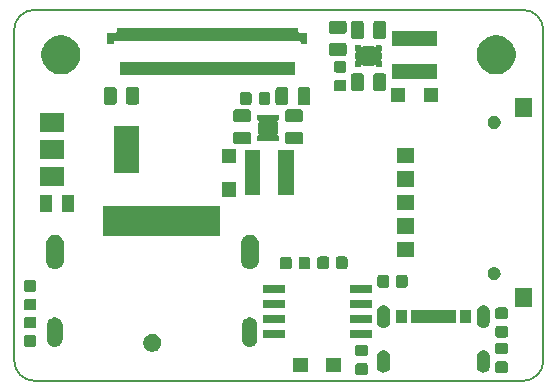
<source format=gts>
G04 #@! TF.GenerationSoftware,KiCad,Pcbnew,5.1.4+dfsg1-1*
G04 #@! TF.CreationDate,2019-12-22T00:58:55+01:00*
G04 #@! TF.ProjectId,OtterScreen,4f747465-7253-4637-9265-656e2e6b6963,rev?*
G04 #@! TF.SameCoordinates,Original*
G04 #@! TF.FileFunction,Soldermask,Top*
G04 #@! TF.FilePolarity,Negative*
%FSLAX46Y46*%
G04 Gerber Fmt 4.6, Leading zero omitted, Abs format (unit mm)*
G04 Created by KiCad (PCBNEW 5.1.4+dfsg1-1) date 2019-12-22 00:58:55*
%MOMM*%
%LPD*%
G04 APERTURE LIST*
%ADD10C,0.150000*%
%ADD11C,0.100000*%
G04 APERTURE END LIST*
D10*
X164099999Y-114200001D02*
G75*
G02X165800000Y-115900000I1J-1700000D01*
G01*
X121000001Y-115900001D02*
G75*
G02X122700000Y-114200000I1700000J1D01*
G01*
X122700001Y-145599999D02*
G75*
G02X121000000Y-143900000I-1J1700000D01*
G01*
X165800000Y-143900000D02*
G75*
G02X164100000Y-145600000I-1700000J0D01*
G01*
X164100000Y-145600000D02*
X136200000Y-145600000D01*
X165800000Y-115900000D02*
X165800000Y-143900000D01*
X122700000Y-114200000D02*
X164099999Y-114200001D01*
X121000000Y-143900000D02*
X121000001Y-115900001D01*
X136200000Y-145600000D02*
X122700001Y-145599999D01*
D11*
G36*
X150799591Y-144123085D02*
G01*
X150833569Y-144133393D01*
X150864890Y-144150134D01*
X150892339Y-144172661D01*
X150914866Y-144200110D01*
X150931607Y-144231431D01*
X150941915Y-144265409D01*
X150946000Y-144306890D01*
X150946000Y-144908110D01*
X150941915Y-144949591D01*
X150931607Y-144983569D01*
X150914866Y-145014890D01*
X150892339Y-145042339D01*
X150864890Y-145064866D01*
X150833569Y-145081607D01*
X150799591Y-145091915D01*
X150758110Y-145096000D01*
X150081890Y-145096000D01*
X150040409Y-145091915D01*
X150006431Y-145081607D01*
X149975110Y-145064866D01*
X149947661Y-145042339D01*
X149925134Y-145014890D01*
X149908393Y-144983569D01*
X149898085Y-144949591D01*
X149894000Y-144908110D01*
X149894000Y-144306890D01*
X149898085Y-144265409D01*
X149908393Y-144231431D01*
X149925134Y-144200110D01*
X149947661Y-144172661D01*
X149975110Y-144150134D01*
X150006431Y-144133393D01*
X150040409Y-144123085D01*
X150081890Y-144119000D01*
X150758110Y-144119000D01*
X150799591Y-144123085D01*
X150799591Y-144123085D01*
G37*
G36*
X162649591Y-143953085D02*
G01*
X162683569Y-143963393D01*
X162714890Y-143980134D01*
X162742339Y-144002661D01*
X162764866Y-144030110D01*
X162781607Y-144061431D01*
X162791915Y-144095409D01*
X162796000Y-144136890D01*
X162796000Y-144738110D01*
X162791915Y-144779591D01*
X162781607Y-144813569D01*
X162764866Y-144844890D01*
X162742339Y-144872339D01*
X162714890Y-144894866D01*
X162683569Y-144911607D01*
X162649591Y-144921915D01*
X162608110Y-144926000D01*
X161931890Y-144926000D01*
X161890409Y-144921915D01*
X161856431Y-144911607D01*
X161825110Y-144894866D01*
X161797661Y-144872339D01*
X161775134Y-144844890D01*
X161758393Y-144813569D01*
X161748085Y-144779591D01*
X161744000Y-144738110D01*
X161744000Y-144136890D01*
X161748085Y-144095409D01*
X161758393Y-144061431D01*
X161775134Y-144030110D01*
X161797661Y-144002661D01*
X161825110Y-143980134D01*
X161856431Y-143963393D01*
X161890409Y-143953085D01*
X161931890Y-143949000D01*
X162608110Y-143949000D01*
X162649591Y-143953085D01*
X162649591Y-143953085D01*
G37*
G36*
X152378014Y-143006973D02*
G01*
X152481878Y-143038479D01*
X152525907Y-143062013D01*
X152577599Y-143089643D01*
X152592645Y-143101991D01*
X152661501Y-143158499D01*
X152730356Y-143242400D01*
X152781521Y-143338121D01*
X152813027Y-143441985D01*
X152821000Y-143522933D01*
X152821000Y-144377067D01*
X152813027Y-144458015D01*
X152781521Y-144561879D01*
X152781519Y-144561882D01*
X152730357Y-144657600D01*
X152661501Y-144741501D01*
X152577600Y-144810357D01*
X152512993Y-144844890D01*
X152481879Y-144861521D01*
X152378015Y-144893027D01*
X152270000Y-144903666D01*
X152161986Y-144893027D01*
X152058122Y-144861521D01*
X152027008Y-144844890D01*
X151962401Y-144810357D01*
X151878500Y-144741501D01*
X151809644Y-144657600D01*
X151758482Y-144561882D01*
X151758480Y-144561879D01*
X151726973Y-144458015D01*
X151719000Y-144377067D01*
X151719000Y-143522934D01*
X151726973Y-143441986D01*
X151758479Y-143338122D01*
X151809644Y-143242400D01*
X151878499Y-143158499D01*
X151949643Y-143100113D01*
X151962401Y-143089643D01*
X152014093Y-143062013D01*
X152058121Y-143038479D01*
X152161985Y-143006973D01*
X152270000Y-142996334D01*
X152378014Y-143006973D01*
X152378014Y-143006973D01*
G37*
G36*
X160838014Y-143006973D02*
G01*
X160941878Y-143038479D01*
X160985907Y-143062013D01*
X161037599Y-143089643D01*
X161052645Y-143101991D01*
X161121501Y-143158499D01*
X161190356Y-143242400D01*
X161241521Y-143338121D01*
X161273027Y-143441985D01*
X161281000Y-143522933D01*
X161281000Y-144377067D01*
X161273027Y-144458015D01*
X161241521Y-144561879D01*
X161241519Y-144561882D01*
X161190357Y-144657600D01*
X161121501Y-144741501D01*
X161037600Y-144810357D01*
X160972993Y-144844890D01*
X160941879Y-144861521D01*
X160838015Y-144893027D01*
X160730000Y-144903666D01*
X160621986Y-144893027D01*
X160518122Y-144861521D01*
X160487008Y-144844890D01*
X160422401Y-144810357D01*
X160338500Y-144741501D01*
X160269644Y-144657600D01*
X160218482Y-144561882D01*
X160218480Y-144561879D01*
X160186973Y-144458015D01*
X160179000Y-144377067D01*
X160179000Y-143522934D01*
X160186973Y-143441986D01*
X160218479Y-143338122D01*
X160269644Y-143242400D01*
X160338499Y-143158499D01*
X160409643Y-143100113D01*
X160422401Y-143089643D01*
X160474093Y-143062013D01*
X160518121Y-143038479D01*
X160621985Y-143006973D01*
X160730000Y-142996334D01*
X160838014Y-143006973D01*
X160838014Y-143006973D01*
G37*
G36*
X148641000Y-144881000D02*
G01*
X147439000Y-144881000D01*
X147439000Y-143679000D01*
X148641000Y-143679000D01*
X148641000Y-144881000D01*
X148641000Y-144881000D01*
G37*
G36*
X145841000Y-144881000D02*
G01*
X144639000Y-144881000D01*
X144639000Y-143679000D01*
X145841000Y-143679000D01*
X145841000Y-144881000D01*
X145841000Y-144881000D01*
G37*
G36*
X150799591Y-142548085D02*
G01*
X150833569Y-142558393D01*
X150864890Y-142575134D01*
X150892339Y-142597661D01*
X150914866Y-142625110D01*
X150931607Y-142656431D01*
X150941915Y-142690409D01*
X150946000Y-142731890D01*
X150946000Y-143333110D01*
X150941915Y-143374591D01*
X150931607Y-143408569D01*
X150914866Y-143439890D01*
X150892339Y-143467339D01*
X150864890Y-143489866D01*
X150833569Y-143506607D01*
X150799591Y-143516915D01*
X150758110Y-143521000D01*
X150081890Y-143521000D01*
X150040409Y-143516915D01*
X150006431Y-143506607D01*
X149975110Y-143489866D01*
X149947661Y-143467339D01*
X149925134Y-143439890D01*
X149908393Y-143408569D01*
X149898085Y-143374591D01*
X149894000Y-143333110D01*
X149894000Y-142731890D01*
X149898085Y-142690409D01*
X149908393Y-142656431D01*
X149925134Y-142625110D01*
X149947661Y-142597661D01*
X149975110Y-142575134D01*
X150006431Y-142558393D01*
X150040409Y-142548085D01*
X150081890Y-142544000D01*
X150758110Y-142544000D01*
X150799591Y-142548085D01*
X150799591Y-142548085D01*
G37*
G36*
X162649591Y-142378085D02*
G01*
X162683569Y-142388393D01*
X162714890Y-142405134D01*
X162742339Y-142427661D01*
X162764866Y-142455110D01*
X162781607Y-142486431D01*
X162791915Y-142520409D01*
X162796000Y-142561890D01*
X162796000Y-143163110D01*
X162791915Y-143204591D01*
X162781607Y-143238569D01*
X162764866Y-143269890D01*
X162742339Y-143297339D01*
X162714890Y-143319866D01*
X162683569Y-143336607D01*
X162649591Y-143346915D01*
X162608110Y-143351000D01*
X161931890Y-143351000D01*
X161890409Y-143346915D01*
X161856431Y-143336607D01*
X161825110Y-143319866D01*
X161797661Y-143297339D01*
X161775134Y-143269890D01*
X161758393Y-143238569D01*
X161748085Y-143204591D01*
X161744000Y-143163110D01*
X161744000Y-142561890D01*
X161748085Y-142520409D01*
X161758393Y-142486431D01*
X161775134Y-142455110D01*
X161797661Y-142427661D01*
X161825110Y-142405134D01*
X161856431Y-142388393D01*
X161890409Y-142378085D01*
X161931890Y-142374000D01*
X162608110Y-142374000D01*
X162649591Y-142378085D01*
X162649591Y-142378085D01*
G37*
G36*
X132919059Y-141647860D02*
G01*
X133055732Y-141704472D01*
X133178735Y-141786660D01*
X133283340Y-141891265D01*
X133329935Y-141961000D01*
X133365529Y-142014270D01*
X133422140Y-142150941D01*
X133451000Y-142296032D01*
X133451000Y-142443968D01*
X133433380Y-142532553D01*
X133422140Y-142589059D01*
X133365528Y-142725732D01*
X133283340Y-142848735D01*
X133178735Y-142953340D01*
X133055732Y-143035528D01*
X133055731Y-143035529D01*
X133055730Y-143035529D01*
X132919059Y-143092140D01*
X132773968Y-143121000D01*
X132626032Y-143121000D01*
X132480941Y-143092140D01*
X132344270Y-143035529D01*
X132344269Y-143035529D01*
X132344268Y-143035528D01*
X132221265Y-142953340D01*
X132116660Y-142848735D01*
X132034472Y-142725732D01*
X131977860Y-142589059D01*
X131966620Y-142532553D01*
X131949000Y-142443968D01*
X131949000Y-142296032D01*
X131977860Y-142150941D01*
X132034471Y-142014270D01*
X132070065Y-141961000D01*
X132116660Y-141891265D01*
X132221265Y-141786660D01*
X132344268Y-141704472D01*
X132480941Y-141647860D01*
X132626032Y-141619000D01*
X132773968Y-141619000D01*
X132919059Y-141647860D01*
X132919059Y-141647860D01*
G37*
G36*
X122729591Y-141753085D02*
G01*
X122763569Y-141763393D01*
X122794890Y-141780134D01*
X122822339Y-141802661D01*
X122844866Y-141830110D01*
X122861607Y-141861431D01*
X122871915Y-141895409D01*
X122876000Y-141936890D01*
X122876000Y-142538110D01*
X122871915Y-142579591D01*
X122861607Y-142613569D01*
X122844866Y-142644890D01*
X122822339Y-142672339D01*
X122794890Y-142694866D01*
X122763569Y-142711607D01*
X122729591Y-142721915D01*
X122688110Y-142726000D01*
X122011890Y-142726000D01*
X121970409Y-142721915D01*
X121936431Y-142711607D01*
X121905110Y-142694866D01*
X121877661Y-142672339D01*
X121855134Y-142644890D01*
X121838393Y-142613569D01*
X121828085Y-142579591D01*
X121824000Y-142538110D01*
X121824000Y-141936890D01*
X121828085Y-141895409D01*
X121838393Y-141861431D01*
X121855134Y-141830110D01*
X121877661Y-141802661D01*
X121905110Y-141780134D01*
X121936431Y-141763393D01*
X121970409Y-141753085D01*
X122011890Y-141749000D01*
X122688110Y-141749000D01*
X122729591Y-141753085D01*
X122729591Y-141753085D01*
G37*
G36*
X141077617Y-140228420D02*
G01*
X141165602Y-140255110D01*
X141200335Y-140265646D01*
X141313424Y-140326094D01*
X141412554Y-140407447D01*
X141493906Y-140506575D01*
X141554354Y-140619664D01*
X141564040Y-140651596D01*
X141591580Y-140742382D01*
X141601000Y-140838027D01*
X141601000Y-142101973D01*
X141591580Y-142197618D01*
X141564040Y-142288404D01*
X141554354Y-142320336D01*
X141493906Y-142433425D01*
X141412554Y-142532554D01*
X141313425Y-142613906D01*
X141200336Y-142674354D01*
X141168404Y-142684040D01*
X141077618Y-142711580D01*
X140950000Y-142724149D01*
X140822383Y-142711580D01*
X140731597Y-142684040D01*
X140699665Y-142674354D01*
X140586576Y-142613906D01*
X140487447Y-142532554D01*
X140406095Y-142433425D01*
X140345647Y-142320336D01*
X140335961Y-142288404D01*
X140308421Y-142197618D01*
X140299001Y-142101973D01*
X140299000Y-140838028D01*
X140308420Y-140742383D01*
X140345645Y-140619669D01*
X140345646Y-140619665D01*
X140406094Y-140506576D01*
X140487447Y-140407446D01*
X140586575Y-140326094D01*
X140699664Y-140265646D01*
X140734397Y-140255110D01*
X140822382Y-140228420D01*
X140950000Y-140215851D01*
X141077617Y-140228420D01*
X141077617Y-140228420D01*
G37*
G36*
X124577617Y-140228420D02*
G01*
X124665602Y-140255110D01*
X124700335Y-140265646D01*
X124813424Y-140326094D01*
X124912554Y-140407447D01*
X124993906Y-140506575D01*
X125054354Y-140619664D01*
X125064040Y-140651596D01*
X125091580Y-140742382D01*
X125101000Y-140838027D01*
X125101000Y-142101973D01*
X125091580Y-142197618D01*
X125064040Y-142288404D01*
X125054354Y-142320336D01*
X124993906Y-142433425D01*
X124912554Y-142532554D01*
X124813425Y-142613906D01*
X124700336Y-142674354D01*
X124668404Y-142684040D01*
X124577618Y-142711580D01*
X124450000Y-142724149D01*
X124322383Y-142711580D01*
X124231597Y-142684040D01*
X124199665Y-142674354D01*
X124086576Y-142613906D01*
X123987447Y-142532554D01*
X123906095Y-142433425D01*
X123845647Y-142320336D01*
X123835961Y-142288404D01*
X123808421Y-142197618D01*
X123799001Y-142101973D01*
X123799000Y-140838028D01*
X123808420Y-140742383D01*
X123845645Y-140619669D01*
X123845646Y-140619665D01*
X123906094Y-140506576D01*
X123987447Y-140407446D01*
X124086575Y-140326094D01*
X124199664Y-140265646D01*
X124234397Y-140255110D01*
X124322382Y-140228420D01*
X124450000Y-140215851D01*
X124577617Y-140228420D01*
X124577617Y-140228420D01*
G37*
G36*
X151306000Y-141961000D02*
G01*
X149454000Y-141961000D01*
X149454000Y-141309000D01*
X151306000Y-141309000D01*
X151306000Y-141961000D01*
X151306000Y-141961000D01*
G37*
G36*
X143906000Y-141961000D02*
G01*
X142054000Y-141961000D01*
X142054000Y-141309000D01*
X143906000Y-141309000D01*
X143906000Y-141961000D01*
X143906000Y-141961000D01*
G37*
G36*
X162649591Y-140973085D02*
G01*
X162683569Y-140983393D01*
X162714890Y-141000134D01*
X162742339Y-141022661D01*
X162764866Y-141050110D01*
X162781607Y-141081431D01*
X162791915Y-141115409D01*
X162796000Y-141156890D01*
X162796000Y-141758110D01*
X162791915Y-141799591D01*
X162781607Y-141833569D01*
X162764866Y-141864890D01*
X162742339Y-141892339D01*
X162714890Y-141914866D01*
X162683569Y-141931607D01*
X162649591Y-141941915D01*
X162608110Y-141946000D01*
X161931890Y-141946000D01*
X161890409Y-141941915D01*
X161856431Y-141931607D01*
X161825110Y-141914866D01*
X161797661Y-141892339D01*
X161775134Y-141864890D01*
X161758393Y-141833569D01*
X161748085Y-141799591D01*
X161744000Y-141758110D01*
X161744000Y-141156890D01*
X161748085Y-141115409D01*
X161758393Y-141081431D01*
X161775134Y-141050110D01*
X161797661Y-141022661D01*
X161825110Y-141000134D01*
X161856431Y-140983393D01*
X161890409Y-140973085D01*
X161931890Y-140969000D01*
X162608110Y-140969000D01*
X162649591Y-140973085D01*
X162649591Y-140973085D01*
G37*
G36*
X122729591Y-140178085D02*
G01*
X122763569Y-140188393D01*
X122794890Y-140205134D01*
X122822339Y-140227661D01*
X122844866Y-140255110D01*
X122861607Y-140286431D01*
X122871915Y-140320409D01*
X122876000Y-140361890D01*
X122876000Y-140963110D01*
X122871915Y-141004591D01*
X122861607Y-141038569D01*
X122844866Y-141069890D01*
X122822339Y-141097339D01*
X122794890Y-141119866D01*
X122763569Y-141136607D01*
X122729591Y-141146915D01*
X122688110Y-141151000D01*
X122011890Y-141151000D01*
X121970409Y-141146915D01*
X121936431Y-141136607D01*
X121905110Y-141119866D01*
X121877661Y-141097339D01*
X121855134Y-141069890D01*
X121838393Y-141038569D01*
X121828085Y-141004591D01*
X121824000Y-140963110D01*
X121824000Y-140361890D01*
X121828085Y-140320409D01*
X121838393Y-140286431D01*
X121855134Y-140255110D01*
X121877661Y-140227661D01*
X121905110Y-140205134D01*
X121936431Y-140188393D01*
X121970409Y-140178085D01*
X122011890Y-140174000D01*
X122688110Y-140174000D01*
X122729591Y-140178085D01*
X122729591Y-140178085D01*
G37*
G36*
X160838014Y-139206973D02*
G01*
X160941878Y-139238479D01*
X160985907Y-139262013D01*
X161037599Y-139289643D01*
X161037601Y-139289644D01*
X161037600Y-139289644D01*
X161121501Y-139358499D01*
X161153988Y-139398085D01*
X161190357Y-139442401D01*
X161207840Y-139475110D01*
X161241521Y-139538121D01*
X161273027Y-139641985D01*
X161281000Y-139722933D01*
X161281000Y-140577067D01*
X161273027Y-140658015D01*
X161241521Y-140761879D01*
X161241519Y-140761882D01*
X161190357Y-140857600D01*
X161121501Y-140941501D01*
X161037600Y-141010357D01*
X160969055Y-141046995D01*
X160941879Y-141061521D01*
X160838015Y-141093027D01*
X160730000Y-141103666D01*
X160621986Y-141093027D01*
X160518122Y-141061521D01*
X160490946Y-141046995D01*
X160422401Y-141010357D01*
X160338500Y-140941501D01*
X160269644Y-140857600D01*
X160218482Y-140761882D01*
X160218480Y-140761879D01*
X160186973Y-140658015D01*
X160179000Y-140577067D01*
X160179000Y-139722934D01*
X160186973Y-139641986D01*
X160218479Y-139538122D01*
X160257276Y-139465539D01*
X160269643Y-139442401D01*
X160306012Y-139398085D01*
X160338499Y-139358499D01*
X160422400Y-139289644D01*
X160422399Y-139289644D01*
X160422401Y-139289643D01*
X160474093Y-139262013D01*
X160518121Y-139238479D01*
X160621985Y-139206973D01*
X160730000Y-139196334D01*
X160838014Y-139206973D01*
X160838014Y-139206973D01*
G37*
G36*
X152378014Y-139206973D02*
G01*
X152481878Y-139238479D01*
X152525907Y-139262013D01*
X152577599Y-139289643D01*
X152577601Y-139289644D01*
X152577600Y-139289644D01*
X152661501Y-139358499D01*
X152693988Y-139398085D01*
X152730357Y-139442401D01*
X152747840Y-139475110D01*
X152781521Y-139538121D01*
X152813027Y-139641985D01*
X152821000Y-139722933D01*
X152821000Y-140577067D01*
X152813027Y-140658015D01*
X152781521Y-140761879D01*
X152781519Y-140761882D01*
X152730357Y-140857600D01*
X152661501Y-140941501D01*
X152577600Y-141010357D01*
X152509055Y-141046995D01*
X152481879Y-141061521D01*
X152378015Y-141093027D01*
X152270000Y-141103666D01*
X152161986Y-141093027D01*
X152058122Y-141061521D01*
X152030946Y-141046995D01*
X151962401Y-141010357D01*
X151878500Y-140941501D01*
X151809644Y-140857600D01*
X151758482Y-140761882D01*
X151758480Y-140761879D01*
X151726973Y-140658015D01*
X151719000Y-140577067D01*
X151719000Y-139722934D01*
X151726973Y-139641986D01*
X151758479Y-139538122D01*
X151797276Y-139465539D01*
X151809643Y-139442401D01*
X151846012Y-139398085D01*
X151878499Y-139358499D01*
X151962400Y-139289644D01*
X151962399Y-139289644D01*
X151962401Y-139289643D01*
X152014093Y-139262013D01*
X152058121Y-139238479D01*
X152161985Y-139206973D01*
X152270000Y-139196334D01*
X152378014Y-139206973D01*
X152378014Y-139206973D01*
G37*
G36*
X158401000Y-140701000D02*
G01*
X154599000Y-140701000D01*
X154599000Y-139599000D01*
X158401000Y-139599000D01*
X158401000Y-140701000D01*
X158401000Y-140701000D01*
G37*
G36*
X159651000Y-140701000D02*
G01*
X158749000Y-140701000D01*
X158749000Y-139599000D01*
X159651000Y-139599000D01*
X159651000Y-140701000D01*
X159651000Y-140701000D01*
G37*
G36*
X154251000Y-140701000D02*
G01*
X153349000Y-140701000D01*
X153349000Y-139599000D01*
X154251000Y-139599000D01*
X154251000Y-140701000D01*
X154251000Y-140701000D01*
G37*
G36*
X143906000Y-140691000D02*
G01*
X142054000Y-140691000D01*
X142054000Y-140039000D01*
X143906000Y-140039000D01*
X143906000Y-140691000D01*
X143906000Y-140691000D01*
G37*
G36*
X151306000Y-140691000D02*
G01*
X149454000Y-140691000D01*
X149454000Y-140039000D01*
X151306000Y-140039000D01*
X151306000Y-140691000D01*
X151306000Y-140691000D01*
G37*
G36*
X162649591Y-139398085D02*
G01*
X162683569Y-139408393D01*
X162714890Y-139425134D01*
X162742339Y-139447661D01*
X162764866Y-139475110D01*
X162781607Y-139506431D01*
X162791915Y-139540409D01*
X162796000Y-139581890D01*
X162796000Y-140183110D01*
X162791915Y-140224591D01*
X162781607Y-140258569D01*
X162764866Y-140289890D01*
X162742339Y-140317339D01*
X162714890Y-140339866D01*
X162683569Y-140356607D01*
X162649591Y-140366915D01*
X162608110Y-140371000D01*
X161931890Y-140371000D01*
X161890409Y-140366915D01*
X161856431Y-140356607D01*
X161825110Y-140339866D01*
X161797661Y-140317339D01*
X161775134Y-140289890D01*
X161758393Y-140258569D01*
X161748085Y-140224591D01*
X161744000Y-140183110D01*
X161744000Y-139581890D01*
X161748085Y-139540409D01*
X161758393Y-139506431D01*
X161775134Y-139475110D01*
X161797661Y-139447661D01*
X161825110Y-139425134D01*
X161856431Y-139408393D01*
X161890409Y-139398085D01*
X161931890Y-139394000D01*
X162608110Y-139394000D01*
X162649591Y-139398085D01*
X162649591Y-139398085D01*
G37*
G36*
X122729591Y-138665585D02*
G01*
X122763569Y-138675893D01*
X122794890Y-138692634D01*
X122822339Y-138715161D01*
X122844866Y-138742610D01*
X122861607Y-138773931D01*
X122871915Y-138807909D01*
X122876000Y-138849390D01*
X122876000Y-139450610D01*
X122871915Y-139492091D01*
X122861607Y-139526069D01*
X122844866Y-139557390D01*
X122822339Y-139584839D01*
X122794890Y-139607366D01*
X122763569Y-139624107D01*
X122729591Y-139634415D01*
X122688110Y-139638500D01*
X122011890Y-139638500D01*
X121970409Y-139634415D01*
X121936431Y-139624107D01*
X121905110Y-139607366D01*
X121877661Y-139584839D01*
X121855134Y-139557390D01*
X121838393Y-139526069D01*
X121828085Y-139492091D01*
X121824000Y-139450610D01*
X121824000Y-138849390D01*
X121828085Y-138807909D01*
X121838393Y-138773931D01*
X121855134Y-138742610D01*
X121877661Y-138715161D01*
X121905110Y-138692634D01*
X121936431Y-138675893D01*
X121970409Y-138665585D01*
X122011890Y-138661500D01*
X122688110Y-138661500D01*
X122729591Y-138665585D01*
X122729591Y-138665585D01*
G37*
G36*
X143906000Y-139421000D02*
G01*
X142054000Y-139421000D01*
X142054000Y-138769000D01*
X143906000Y-138769000D01*
X143906000Y-139421000D01*
X143906000Y-139421000D01*
G37*
G36*
X151306000Y-139421000D02*
G01*
X149454000Y-139421000D01*
X149454000Y-138769000D01*
X151306000Y-138769000D01*
X151306000Y-139421000D01*
X151306000Y-139421000D01*
G37*
G36*
X164881000Y-139361000D02*
G01*
X163379000Y-139361000D01*
X163379000Y-137759000D01*
X164881000Y-137759000D01*
X164881000Y-139361000D01*
X164881000Y-139361000D01*
G37*
G36*
X151306000Y-138151000D02*
G01*
X149454000Y-138151000D01*
X149454000Y-137499000D01*
X151306000Y-137499000D01*
X151306000Y-138151000D01*
X151306000Y-138151000D01*
G37*
G36*
X143906000Y-138151000D02*
G01*
X142054000Y-138151000D01*
X142054000Y-137499000D01*
X143906000Y-137499000D01*
X143906000Y-138151000D01*
X143906000Y-138151000D01*
G37*
G36*
X122729591Y-137090585D02*
G01*
X122763569Y-137100893D01*
X122794890Y-137117634D01*
X122822339Y-137140161D01*
X122844866Y-137167610D01*
X122861607Y-137198931D01*
X122871915Y-137232909D01*
X122876000Y-137274390D01*
X122876000Y-137875610D01*
X122871915Y-137917091D01*
X122861607Y-137951069D01*
X122844866Y-137982390D01*
X122822339Y-138009839D01*
X122794890Y-138032366D01*
X122763569Y-138049107D01*
X122729591Y-138059415D01*
X122688110Y-138063500D01*
X122011890Y-138063500D01*
X121970409Y-138059415D01*
X121936431Y-138049107D01*
X121905110Y-138032366D01*
X121877661Y-138009839D01*
X121855134Y-137982390D01*
X121838393Y-137951069D01*
X121828085Y-137917091D01*
X121824000Y-137875610D01*
X121824000Y-137274390D01*
X121828085Y-137232909D01*
X121838393Y-137198931D01*
X121855134Y-137167610D01*
X121877661Y-137140161D01*
X121905110Y-137117634D01*
X121936431Y-137100893D01*
X121970409Y-137090585D01*
X122011890Y-137086500D01*
X122688110Y-137086500D01*
X122729591Y-137090585D01*
X122729591Y-137090585D01*
G37*
G36*
X152584591Y-136658085D02*
G01*
X152618569Y-136668393D01*
X152649890Y-136685134D01*
X152677339Y-136707661D01*
X152699866Y-136735110D01*
X152716607Y-136766431D01*
X152726915Y-136800409D01*
X152731000Y-136841890D01*
X152731000Y-137518110D01*
X152726915Y-137559591D01*
X152716607Y-137593569D01*
X152699866Y-137624890D01*
X152677339Y-137652339D01*
X152649890Y-137674866D01*
X152618569Y-137691607D01*
X152584591Y-137701915D01*
X152543110Y-137706000D01*
X151941890Y-137706000D01*
X151900409Y-137701915D01*
X151866431Y-137691607D01*
X151835110Y-137674866D01*
X151807661Y-137652339D01*
X151785134Y-137624890D01*
X151768393Y-137593569D01*
X151758085Y-137559591D01*
X151754000Y-137518110D01*
X151754000Y-136841890D01*
X151758085Y-136800409D01*
X151768393Y-136766431D01*
X151785134Y-136735110D01*
X151807661Y-136707661D01*
X151835110Y-136685134D01*
X151866431Y-136668393D01*
X151900409Y-136658085D01*
X151941890Y-136654000D01*
X152543110Y-136654000D01*
X152584591Y-136658085D01*
X152584591Y-136658085D01*
G37*
G36*
X154159591Y-136658085D02*
G01*
X154193569Y-136668393D01*
X154224890Y-136685134D01*
X154252339Y-136707661D01*
X154274866Y-136735110D01*
X154291607Y-136766431D01*
X154301915Y-136800409D01*
X154306000Y-136841890D01*
X154306000Y-137518110D01*
X154301915Y-137559591D01*
X154291607Y-137593569D01*
X154274866Y-137624890D01*
X154252339Y-137652339D01*
X154224890Y-137674866D01*
X154193569Y-137691607D01*
X154159591Y-137701915D01*
X154118110Y-137706000D01*
X153516890Y-137706000D01*
X153475409Y-137701915D01*
X153441431Y-137691607D01*
X153410110Y-137674866D01*
X153382661Y-137652339D01*
X153360134Y-137624890D01*
X153343393Y-137593569D01*
X153333085Y-137559591D01*
X153329000Y-137518110D01*
X153329000Y-136841890D01*
X153333085Y-136800409D01*
X153343393Y-136766431D01*
X153360134Y-136735110D01*
X153382661Y-136707661D01*
X153410110Y-136685134D01*
X153441431Y-136668393D01*
X153475409Y-136658085D01*
X153516890Y-136654000D01*
X154118110Y-136654000D01*
X154159591Y-136658085D01*
X154159591Y-136658085D01*
G37*
G36*
X161790721Y-135980174D02*
G01*
X161890995Y-136021709D01*
X161890996Y-136021710D01*
X161981242Y-136082010D01*
X162057990Y-136158758D01*
X162057991Y-136158760D01*
X162118291Y-136249005D01*
X162159826Y-136349279D01*
X162181000Y-136455730D01*
X162181000Y-136564270D01*
X162159826Y-136670721D01*
X162118291Y-136770995D01*
X162088345Y-136815812D01*
X162057990Y-136861242D01*
X161981242Y-136937990D01*
X161935812Y-136968345D01*
X161890995Y-136998291D01*
X161790721Y-137039826D01*
X161684270Y-137061000D01*
X161575730Y-137061000D01*
X161469279Y-137039826D01*
X161369005Y-136998291D01*
X161324188Y-136968345D01*
X161278758Y-136937990D01*
X161202010Y-136861242D01*
X161171655Y-136815812D01*
X161141709Y-136770995D01*
X161100174Y-136670721D01*
X161079000Y-136564270D01*
X161079000Y-136455730D01*
X161100174Y-136349279D01*
X161141709Y-136249005D01*
X161202009Y-136158760D01*
X161202010Y-136158758D01*
X161278758Y-136082010D01*
X161369004Y-136021710D01*
X161369005Y-136021709D01*
X161469279Y-135980174D01*
X161575730Y-135959000D01*
X161684270Y-135959000D01*
X161790721Y-135980174D01*
X161790721Y-135980174D01*
G37*
G36*
X145909591Y-135108085D02*
G01*
X145943569Y-135118393D01*
X145974890Y-135135134D01*
X146002339Y-135157661D01*
X146024866Y-135185110D01*
X146041607Y-135216431D01*
X146051915Y-135250409D01*
X146056000Y-135291890D01*
X146056000Y-135968110D01*
X146051915Y-136009591D01*
X146041607Y-136043569D01*
X146024866Y-136074890D01*
X146002339Y-136102339D01*
X145974890Y-136124866D01*
X145943569Y-136141607D01*
X145909591Y-136151915D01*
X145868110Y-136156000D01*
X145266890Y-136156000D01*
X145225409Y-136151915D01*
X145191431Y-136141607D01*
X145160110Y-136124866D01*
X145132661Y-136102339D01*
X145110134Y-136074890D01*
X145093393Y-136043569D01*
X145083085Y-136009591D01*
X145079000Y-135968110D01*
X145079000Y-135291890D01*
X145083085Y-135250409D01*
X145093393Y-135216431D01*
X145110134Y-135185110D01*
X145132661Y-135157661D01*
X145160110Y-135135134D01*
X145191431Y-135118393D01*
X145225409Y-135108085D01*
X145266890Y-135104000D01*
X145868110Y-135104000D01*
X145909591Y-135108085D01*
X145909591Y-135108085D01*
G37*
G36*
X144334591Y-135108085D02*
G01*
X144368569Y-135118393D01*
X144399890Y-135135134D01*
X144427339Y-135157661D01*
X144449866Y-135185110D01*
X144466607Y-135216431D01*
X144476915Y-135250409D01*
X144481000Y-135291890D01*
X144481000Y-135968110D01*
X144476915Y-136009591D01*
X144466607Y-136043569D01*
X144449866Y-136074890D01*
X144427339Y-136102339D01*
X144399890Y-136124866D01*
X144368569Y-136141607D01*
X144334591Y-136151915D01*
X144293110Y-136156000D01*
X143691890Y-136156000D01*
X143650409Y-136151915D01*
X143616431Y-136141607D01*
X143585110Y-136124866D01*
X143557661Y-136102339D01*
X143535134Y-136074890D01*
X143518393Y-136043569D01*
X143508085Y-136009591D01*
X143504000Y-135968110D01*
X143504000Y-135291890D01*
X143508085Y-135250409D01*
X143518393Y-135216431D01*
X143535134Y-135185110D01*
X143557661Y-135157661D01*
X143585110Y-135135134D01*
X143616431Y-135118393D01*
X143650409Y-135108085D01*
X143691890Y-135104000D01*
X144293110Y-135104000D01*
X144334591Y-135108085D01*
X144334591Y-135108085D01*
G37*
G36*
X141097221Y-133249867D02*
G01*
X141238785Y-133292810D01*
X141369251Y-133362546D01*
X141419415Y-133403714D01*
X141483607Y-133456394D01*
X141540784Y-133526066D01*
X141577454Y-133570748D01*
X141647190Y-133701214D01*
X141690133Y-133842778D01*
X141701000Y-133953113D01*
X141701000Y-135426887D01*
X141690133Y-135537222D01*
X141647190Y-135678786D01*
X141577454Y-135809252D01*
X141553008Y-135839040D01*
X141483607Y-135923607D01*
X141414678Y-135980174D01*
X141369252Y-136017454D01*
X141238786Y-136087190D01*
X141097222Y-136130133D01*
X140950000Y-136144633D01*
X140802779Y-136130133D01*
X140661215Y-136087190D01*
X140530749Y-136017454D01*
X140485323Y-135980174D01*
X140416394Y-135923607D01*
X140346993Y-135839040D01*
X140322547Y-135809252D01*
X140252811Y-135678786D01*
X140209868Y-135537222D01*
X140199001Y-135426887D01*
X140199000Y-133953114D01*
X140209867Y-133842779D01*
X140252810Y-133701215D01*
X140322546Y-133570749D01*
X140363714Y-133520585D01*
X140416394Y-133456393D01*
X140486066Y-133399216D01*
X140530748Y-133362546D01*
X140661214Y-133292810D01*
X140802778Y-133249867D01*
X140950000Y-133235367D01*
X141097221Y-133249867D01*
X141097221Y-133249867D01*
G37*
G36*
X124597221Y-133249867D02*
G01*
X124738785Y-133292810D01*
X124869251Y-133362546D01*
X124919415Y-133403714D01*
X124983607Y-133456394D01*
X125040784Y-133526066D01*
X125077454Y-133570748D01*
X125147190Y-133701214D01*
X125190133Y-133842778D01*
X125201000Y-133953113D01*
X125201000Y-135426887D01*
X125190133Y-135537222D01*
X125147190Y-135678786D01*
X125077454Y-135809252D01*
X125053008Y-135839040D01*
X124983607Y-135923607D01*
X124914678Y-135980174D01*
X124869252Y-136017454D01*
X124738786Y-136087190D01*
X124597222Y-136130133D01*
X124450000Y-136144633D01*
X124302779Y-136130133D01*
X124161215Y-136087190D01*
X124030749Y-136017454D01*
X123985323Y-135980174D01*
X123916394Y-135923607D01*
X123846993Y-135839040D01*
X123822547Y-135809252D01*
X123752811Y-135678786D01*
X123709868Y-135537222D01*
X123699001Y-135426887D01*
X123699000Y-133953114D01*
X123709867Y-133842779D01*
X123752810Y-133701215D01*
X123822546Y-133570749D01*
X123863714Y-133520585D01*
X123916394Y-133456393D01*
X123986066Y-133399216D01*
X124030748Y-133362546D01*
X124161214Y-133292810D01*
X124302778Y-133249867D01*
X124450000Y-133235367D01*
X124597221Y-133249867D01*
X124597221Y-133249867D01*
G37*
G36*
X147504591Y-135078085D02*
G01*
X147538569Y-135088393D01*
X147569890Y-135105134D01*
X147597339Y-135127661D01*
X147619866Y-135155110D01*
X147636607Y-135186431D01*
X147646915Y-135220409D01*
X147651000Y-135261890D01*
X147651000Y-135938110D01*
X147646915Y-135979591D01*
X147636607Y-136013569D01*
X147619866Y-136044890D01*
X147597339Y-136072339D01*
X147569890Y-136094866D01*
X147538569Y-136111607D01*
X147504591Y-136121915D01*
X147463110Y-136126000D01*
X146861890Y-136126000D01*
X146820409Y-136121915D01*
X146786431Y-136111607D01*
X146755110Y-136094866D01*
X146727661Y-136072339D01*
X146705134Y-136044890D01*
X146688393Y-136013569D01*
X146678085Y-135979591D01*
X146674000Y-135938110D01*
X146674000Y-135261890D01*
X146678085Y-135220409D01*
X146688393Y-135186431D01*
X146705134Y-135155110D01*
X146727661Y-135127661D01*
X146755110Y-135105134D01*
X146786431Y-135088393D01*
X146820409Y-135078085D01*
X146861890Y-135074000D01*
X147463110Y-135074000D01*
X147504591Y-135078085D01*
X147504591Y-135078085D01*
G37*
G36*
X149079591Y-135078085D02*
G01*
X149113569Y-135088393D01*
X149144890Y-135105134D01*
X149172339Y-135127661D01*
X149194866Y-135155110D01*
X149211607Y-135186431D01*
X149221915Y-135220409D01*
X149226000Y-135261890D01*
X149226000Y-135938110D01*
X149221915Y-135979591D01*
X149211607Y-136013569D01*
X149194866Y-136044890D01*
X149172339Y-136072339D01*
X149144890Y-136094866D01*
X149113569Y-136111607D01*
X149079591Y-136121915D01*
X149038110Y-136126000D01*
X148436890Y-136126000D01*
X148395409Y-136121915D01*
X148361431Y-136111607D01*
X148330110Y-136094866D01*
X148302661Y-136072339D01*
X148280134Y-136044890D01*
X148263393Y-136013569D01*
X148253085Y-135979591D01*
X148249000Y-135938110D01*
X148249000Y-135261890D01*
X148253085Y-135220409D01*
X148263393Y-135186431D01*
X148280134Y-135155110D01*
X148302661Y-135127661D01*
X148330110Y-135105134D01*
X148361431Y-135088393D01*
X148395409Y-135078085D01*
X148436890Y-135074000D01*
X149038110Y-135074000D01*
X149079591Y-135078085D01*
X149079591Y-135078085D01*
G37*
G36*
X154881000Y-135161000D02*
G01*
X153379000Y-135161000D01*
X153379000Y-133859000D01*
X154881000Y-133859000D01*
X154881000Y-135161000D01*
X154881000Y-135161000D01*
G37*
G36*
X138391000Y-133341000D02*
G01*
X128509000Y-133341000D01*
X128509000Y-130839000D01*
X138391000Y-130839000D01*
X138391000Y-133341000D01*
X138391000Y-133341000D01*
G37*
G36*
X154881000Y-133161000D02*
G01*
X153379000Y-133161000D01*
X153379000Y-131859000D01*
X154881000Y-131859000D01*
X154881000Y-133161000D01*
X154881000Y-133161000D01*
G37*
G36*
X125939468Y-129853565D02*
G01*
X125978138Y-129865296D01*
X126013777Y-129884346D01*
X126045017Y-129909983D01*
X126070654Y-129941223D01*
X126089704Y-129976862D01*
X126101435Y-130015532D01*
X126106000Y-130061888D01*
X126106000Y-131138112D01*
X126101435Y-131184468D01*
X126089704Y-131223138D01*
X126070654Y-131258777D01*
X126045017Y-131290017D01*
X126013777Y-131315654D01*
X125978138Y-131334704D01*
X125939468Y-131346435D01*
X125893112Y-131351000D01*
X125241888Y-131351000D01*
X125195532Y-131346435D01*
X125156862Y-131334704D01*
X125121223Y-131315654D01*
X125089983Y-131290017D01*
X125064346Y-131258777D01*
X125045296Y-131223138D01*
X125033565Y-131184468D01*
X125029000Y-131138112D01*
X125029000Y-130061888D01*
X125033565Y-130015532D01*
X125045296Y-129976862D01*
X125064346Y-129941223D01*
X125089983Y-129909983D01*
X125121223Y-129884346D01*
X125156862Y-129865296D01*
X125195532Y-129853565D01*
X125241888Y-129849000D01*
X125893112Y-129849000D01*
X125939468Y-129853565D01*
X125939468Y-129853565D01*
G37*
G36*
X124064468Y-129853565D02*
G01*
X124103138Y-129865296D01*
X124138777Y-129884346D01*
X124170017Y-129909983D01*
X124195654Y-129941223D01*
X124214704Y-129976862D01*
X124226435Y-130015532D01*
X124231000Y-130061888D01*
X124231000Y-131138112D01*
X124226435Y-131184468D01*
X124214704Y-131223138D01*
X124195654Y-131258777D01*
X124170017Y-131290017D01*
X124138777Y-131315654D01*
X124103138Y-131334704D01*
X124064468Y-131346435D01*
X124018112Y-131351000D01*
X123366888Y-131351000D01*
X123320532Y-131346435D01*
X123281862Y-131334704D01*
X123246223Y-131315654D01*
X123214983Y-131290017D01*
X123189346Y-131258777D01*
X123170296Y-131223138D01*
X123158565Y-131184468D01*
X123154000Y-131138112D01*
X123154000Y-130061888D01*
X123158565Y-130015532D01*
X123170296Y-129976862D01*
X123189346Y-129941223D01*
X123214983Y-129909983D01*
X123246223Y-129884346D01*
X123281862Y-129865296D01*
X123320532Y-129853565D01*
X123366888Y-129849000D01*
X124018112Y-129849000D01*
X124064468Y-129853565D01*
X124064468Y-129853565D01*
G37*
G36*
X154881000Y-131161000D02*
G01*
X153379000Y-131161000D01*
X153379000Y-129859000D01*
X154881000Y-129859000D01*
X154881000Y-131161000D01*
X154881000Y-131161000D01*
G37*
G36*
X139801000Y-130001000D02*
G01*
X138599000Y-130001000D01*
X138599000Y-128799000D01*
X139801000Y-128799000D01*
X139801000Y-130001000D01*
X139801000Y-130001000D01*
G37*
G36*
X141851000Y-129901000D02*
G01*
X140549000Y-129901000D01*
X140549000Y-126099000D01*
X141851000Y-126099000D01*
X141851000Y-129901000D01*
X141851000Y-129901000D01*
G37*
G36*
X144651000Y-129901000D02*
G01*
X143349000Y-129901000D01*
X143349000Y-126099000D01*
X144651000Y-126099000D01*
X144651000Y-129901000D01*
X144651000Y-129901000D01*
G37*
G36*
X154881000Y-129161000D02*
G01*
X153379000Y-129161000D01*
X153379000Y-127859000D01*
X154881000Y-127859000D01*
X154881000Y-129161000D01*
X154881000Y-129161000D01*
G37*
G36*
X125251000Y-129121000D02*
G01*
X123149000Y-129121000D01*
X123149000Y-127519000D01*
X125251000Y-127519000D01*
X125251000Y-129121000D01*
X125251000Y-129121000D01*
G37*
G36*
X131551000Y-127971000D02*
G01*
X129449000Y-127971000D01*
X129449000Y-124069000D01*
X131551000Y-124069000D01*
X131551000Y-127971000D01*
X131551000Y-127971000D01*
G37*
G36*
X139801000Y-127201000D02*
G01*
X138599000Y-127201000D01*
X138599000Y-125999000D01*
X139801000Y-125999000D01*
X139801000Y-127201000D01*
X139801000Y-127201000D01*
G37*
G36*
X154881000Y-127161000D02*
G01*
X153379000Y-127161000D01*
X153379000Y-125859000D01*
X154881000Y-125859000D01*
X154881000Y-127161000D01*
X154881000Y-127161000D01*
G37*
G36*
X125251000Y-126821000D02*
G01*
X123149000Y-126821000D01*
X123149000Y-125219000D01*
X125251000Y-125219000D01*
X125251000Y-126821000D01*
X125251000Y-126821000D01*
G37*
G36*
X145284468Y-124503565D02*
G01*
X145323138Y-124515296D01*
X145358777Y-124534346D01*
X145390017Y-124559983D01*
X145415654Y-124591223D01*
X145434704Y-124626862D01*
X145446435Y-124665532D01*
X145451000Y-124711888D01*
X145451000Y-125363112D01*
X145446435Y-125409468D01*
X145434704Y-125448138D01*
X145415654Y-125483777D01*
X145390017Y-125515017D01*
X145358777Y-125540654D01*
X145323138Y-125559704D01*
X145284468Y-125571435D01*
X145238112Y-125576000D01*
X144161888Y-125576000D01*
X144115532Y-125571435D01*
X144076862Y-125559704D01*
X144041223Y-125540654D01*
X144009983Y-125515017D01*
X143984346Y-125483777D01*
X143965296Y-125448138D01*
X143953565Y-125409468D01*
X143949000Y-125363112D01*
X143949000Y-124711888D01*
X143953565Y-124665532D01*
X143965296Y-124626862D01*
X143984346Y-124591223D01*
X144009983Y-124559983D01*
X144041223Y-124534346D01*
X144076862Y-124515296D01*
X144115532Y-124503565D01*
X144161888Y-124499000D01*
X145238112Y-124499000D01*
X145284468Y-124503565D01*
X145284468Y-124503565D01*
G37*
G36*
X140884468Y-124503565D02*
G01*
X140923138Y-124515296D01*
X140958777Y-124534346D01*
X140990017Y-124559983D01*
X141015654Y-124591223D01*
X141034704Y-124626862D01*
X141046435Y-124665532D01*
X141051000Y-124711888D01*
X141051000Y-125363112D01*
X141046435Y-125409468D01*
X141034704Y-125448138D01*
X141015654Y-125483777D01*
X140990017Y-125515017D01*
X140958777Y-125540654D01*
X140923138Y-125559704D01*
X140884468Y-125571435D01*
X140838112Y-125576000D01*
X139761888Y-125576000D01*
X139715532Y-125571435D01*
X139676862Y-125559704D01*
X139641223Y-125540654D01*
X139609983Y-125515017D01*
X139584346Y-125483777D01*
X139565296Y-125448138D01*
X139553565Y-125409468D01*
X139549000Y-125363112D01*
X139549000Y-124711888D01*
X139553565Y-124665532D01*
X139565296Y-124626862D01*
X139584346Y-124591223D01*
X139609983Y-124559983D01*
X139641223Y-124534346D01*
X139676862Y-124515296D01*
X139715532Y-124503565D01*
X139761888Y-124499000D01*
X140838112Y-124499000D01*
X140884468Y-124503565D01*
X140884468Y-124503565D01*
G37*
G36*
X142055202Y-123075683D02*
G01*
X142065735Y-123078878D01*
X142075443Y-123084068D01*
X142090749Y-123096629D01*
X142095704Y-123101583D01*
X142116079Y-123115197D01*
X142138718Y-123124573D01*
X142162751Y-123129353D01*
X142187255Y-123129353D01*
X142211288Y-123124572D01*
X142233927Y-123115194D01*
X142254301Y-123101580D01*
X142259259Y-123096622D01*
X142274557Y-123084068D01*
X142284265Y-123078878D01*
X142294798Y-123075683D01*
X142311888Y-123074000D01*
X142688112Y-123074000D01*
X142705202Y-123075683D01*
X142715735Y-123078878D01*
X142725443Y-123084068D01*
X142740749Y-123096629D01*
X142745704Y-123101583D01*
X142766079Y-123115197D01*
X142788718Y-123124573D01*
X142812751Y-123129353D01*
X142837255Y-123129353D01*
X142861288Y-123124572D01*
X142883927Y-123115194D01*
X142904301Y-123101580D01*
X142909259Y-123096622D01*
X142924557Y-123084068D01*
X142934265Y-123078878D01*
X142944798Y-123075683D01*
X142961888Y-123074000D01*
X143338112Y-123074000D01*
X143355202Y-123075683D01*
X143365735Y-123078878D01*
X143375443Y-123084068D01*
X143383951Y-123091049D01*
X143390932Y-123099557D01*
X143396122Y-123109265D01*
X143399317Y-123119798D01*
X143401000Y-123136888D01*
X143401000Y-123488112D01*
X143399317Y-123505202D01*
X143396122Y-123515735D01*
X143390932Y-123525443D01*
X143383951Y-123533951D01*
X143375443Y-123540932D01*
X143358306Y-123550092D01*
X143351134Y-123553064D01*
X143330761Y-123566681D01*
X143313436Y-123584010D01*
X143299825Y-123604386D01*
X143290451Y-123627026D01*
X143285673Y-123651060D01*
X143285676Y-123675564D01*
X143290460Y-123699596D01*
X143299840Y-123722234D01*
X143313449Y-123742597D01*
X143314601Y-123744001D01*
X143334226Y-123780716D01*
X143346314Y-123820566D01*
X143351000Y-123868141D01*
X143351000Y-124531859D01*
X143346314Y-124579434D01*
X143334226Y-124619284D01*
X143314601Y-124655999D01*
X143313449Y-124657403D01*
X143299834Y-124677777D01*
X143290456Y-124700415D01*
X143285675Y-124724448D01*
X143285675Y-124748952D01*
X143290454Y-124772986D01*
X143299831Y-124795625D01*
X143313444Y-124816000D01*
X143330771Y-124833327D01*
X143351145Y-124846942D01*
X143358314Y-124849912D01*
X143375443Y-124859068D01*
X143383951Y-124866049D01*
X143390932Y-124874557D01*
X143396122Y-124884265D01*
X143399317Y-124894798D01*
X143401000Y-124911888D01*
X143401000Y-125263112D01*
X143399317Y-125280202D01*
X143396122Y-125290735D01*
X143390932Y-125300443D01*
X143383951Y-125308951D01*
X143375443Y-125315932D01*
X143365735Y-125321122D01*
X143355202Y-125324317D01*
X143338112Y-125326000D01*
X142961888Y-125326000D01*
X142944798Y-125324317D01*
X142934265Y-125321122D01*
X142924557Y-125315932D01*
X142909251Y-125303371D01*
X142904296Y-125298417D01*
X142883921Y-125284803D01*
X142861282Y-125275427D01*
X142837249Y-125270647D01*
X142812745Y-125270647D01*
X142788712Y-125275428D01*
X142766073Y-125284806D01*
X142745699Y-125298420D01*
X142740741Y-125303378D01*
X142725443Y-125315932D01*
X142715735Y-125321122D01*
X142705202Y-125324317D01*
X142688112Y-125326000D01*
X142311888Y-125326000D01*
X142294798Y-125324317D01*
X142284265Y-125321122D01*
X142274557Y-125315932D01*
X142259251Y-125303371D01*
X142254296Y-125298417D01*
X142233921Y-125284803D01*
X142211282Y-125275427D01*
X142187249Y-125270647D01*
X142162745Y-125270647D01*
X142138712Y-125275428D01*
X142116073Y-125284806D01*
X142095699Y-125298420D01*
X142090741Y-125303378D01*
X142075443Y-125315932D01*
X142065735Y-125321122D01*
X142055202Y-125324317D01*
X142038112Y-125326000D01*
X141661888Y-125326000D01*
X141644798Y-125324317D01*
X141634265Y-125321122D01*
X141624557Y-125315932D01*
X141616049Y-125308951D01*
X141609068Y-125300443D01*
X141603878Y-125290735D01*
X141600683Y-125280202D01*
X141599000Y-125263112D01*
X141599000Y-124911888D01*
X141600683Y-124894798D01*
X141603878Y-124884265D01*
X141609068Y-124874557D01*
X141616049Y-124866049D01*
X141624557Y-124859068D01*
X141641694Y-124849908D01*
X141648866Y-124846936D01*
X141669239Y-124833319D01*
X141686564Y-124815990D01*
X141700175Y-124795614D01*
X141709549Y-124772974D01*
X141714327Y-124748940D01*
X141714324Y-124724436D01*
X141709540Y-124700404D01*
X141700160Y-124677766D01*
X141686551Y-124657403D01*
X141685399Y-124655999D01*
X141665774Y-124619284D01*
X141653686Y-124579434D01*
X141649000Y-124531859D01*
X141649000Y-123868141D01*
X141653686Y-123820566D01*
X141665774Y-123780716D01*
X141685399Y-123744001D01*
X141686551Y-123742597D01*
X141700166Y-123722223D01*
X141709544Y-123699585D01*
X141714325Y-123675552D01*
X141714325Y-123651048D01*
X141709546Y-123627014D01*
X141700169Y-123604375D01*
X141686556Y-123584000D01*
X141669229Y-123566673D01*
X141648855Y-123553058D01*
X141641686Y-123550088D01*
X141624557Y-123540932D01*
X141616049Y-123533951D01*
X141609068Y-123525443D01*
X141603878Y-123515735D01*
X141600683Y-123505202D01*
X141599000Y-123488112D01*
X141599000Y-123136888D01*
X141600683Y-123119798D01*
X141603878Y-123109265D01*
X141609068Y-123099557D01*
X141616049Y-123091049D01*
X141624557Y-123084068D01*
X141634265Y-123078878D01*
X141644798Y-123075683D01*
X141661888Y-123074000D01*
X142038112Y-123074000D01*
X142055202Y-123075683D01*
X142055202Y-123075683D01*
G37*
G36*
X125251000Y-124521000D02*
G01*
X123149000Y-124521000D01*
X123149000Y-122919000D01*
X125251000Y-122919000D01*
X125251000Y-124521000D01*
X125251000Y-124521000D01*
G37*
G36*
X161790721Y-123180174D02*
G01*
X161890995Y-123221709D01*
X161890996Y-123221710D01*
X161981242Y-123282010D01*
X162057990Y-123358758D01*
X162057991Y-123358760D01*
X162118291Y-123449005D01*
X162159826Y-123549279D01*
X162181000Y-123655730D01*
X162181000Y-123764270D01*
X162159826Y-123870721D01*
X162118291Y-123970995D01*
X162118290Y-123970996D01*
X162057990Y-124061242D01*
X161981242Y-124137990D01*
X161935812Y-124168345D01*
X161890995Y-124198291D01*
X161790721Y-124239826D01*
X161684270Y-124261000D01*
X161575730Y-124261000D01*
X161469279Y-124239826D01*
X161369005Y-124198291D01*
X161324188Y-124168345D01*
X161278758Y-124137990D01*
X161202010Y-124061242D01*
X161141710Y-123970996D01*
X161141709Y-123970995D01*
X161100174Y-123870721D01*
X161079000Y-123764270D01*
X161079000Y-123655730D01*
X161100174Y-123549279D01*
X161141709Y-123449005D01*
X161202009Y-123358760D01*
X161202010Y-123358758D01*
X161278758Y-123282010D01*
X161369004Y-123221710D01*
X161369005Y-123221709D01*
X161469279Y-123180174D01*
X161575730Y-123159000D01*
X161684270Y-123159000D01*
X161790721Y-123180174D01*
X161790721Y-123180174D01*
G37*
G36*
X140884468Y-122628565D02*
G01*
X140923138Y-122640296D01*
X140958777Y-122659346D01*
X140990017Y-122684983D01*
X141015654Y-122716223D01*
X141034704Y-122751862D01*
X141046435Y-122790532D01*
X141051000Y-122836888D01*
X141051000Y-123488112D01*
X141046435Y-123534468D01*
X141034704Y-123573138D01*
X141015654Y-123608777D01*
X140990017Y-123640017D01*
X140958777Y-123665654D01*
X140923138Y-123684704D01*
X140884468Y-123696435D01*
X140838112Y-123701000D01*
X139761888Y-123701000D01*
X139715532Y-123696435D01*
X139676862Y-123684704D01*
X139641223Y-123665654D01*
X139609983Y-123640017D01*
X139584346Y-123608777D01*
X139565296Y-123573138D01*
X139553565Y-123534468D01*
X139549000Y-123488112D01*
X139549000Y-122836888D01*
X139553565Y-122790532D01*
X139565296Y-122751862D01*
X139584346Y-122716223D01*
X139609983Y-122684983D01*
X139641223Y-122659346D01*
X139676862Y-122640296D01*
X139715532Y-122628565D01*
X139761888Y-122624000D01*
X140838112Y-122624000D01*
X140884468Y-122628565D01*
X140884468Y-122628565D01*
G37*
G36*
X145284468Y-122628565D02*
G01*
X145323138Y-122640296D01*
X145358777Y-122659346D01*
X145390017Y-122684983D01*
X145415654Y-122716223D01*
X145434704Y-122751862D01*
X145446435Y-122790532D01*
X145451000Y-122836888D01*
X145451000Y-123488112D01*
X145446435Y-123534468D01*
X145434704Y-123573138D01*
X145415654Y-123608777D01*
X145390017Y-123640017D01*
X145358777Y-123665654D01*
X145323138Y-123684704D01*
X145284468Y-123696435D01*
X145238112Y-123701000D01*
X144161888Y-123701000D01*
X144115532Y-123696435D01*
X144076862Y-123684704D01*
X144041223Y-123665654D01*
X144009983Y-123640017D01*
X143984346Y-123608777D01*
X143965296Y-123573138D01*
X143953565Y-123534468D01*
X143949000Y-123488112D01*
X143949000Y-122836888D01*
X143953565Y-122790532D01*
X143965296Y-122751862D01*
X143984346Y-122716223D01*
X144009983Y-122684983D01*
X144041223Y-122659346D01*
X144076862Y-122640296D01*
X144115532Y-122628565D01*
X144161888Y-122624000D01*
X145238112Y-122624000D01*
X145284468Y-122628565D01*
X145284468Y-122628565D01*
G37*
G36*
X164881000Y-123261000D02*
G01*
X163379000Y-123261000D01*
X163379000Y-121659000D01*
X164881000Y-121659000D01*
X164881000Y-123261000D01*
X164881000Y-123261000D01*
G37*
G36*
X145909468Y-120753564D02*
G01*
X145948138Y-120765295D01*
X145983777Y-120784345D01*
X146015017Y-120809982D01*
X146040654Y-120841222D01*
X146059704Y-120876861D01*
X146071435Y-120915531D01*
X146076000Y-120961887D01*
X146076000Y-122038111D01*
X146071435Y-122084467D01*
X146059704Y-122123137D01*
X146040654Y-122158776D01*
X146015017Y-122190016D01*
X145983777Y-122215653D01*
X145948138Y-122234703D01*
X145909468Y-122246434D01*
X145863112Y-122250999D01*
X145211888Y-122250999D01*
X145165532Y-122246434D01*
X145126862Y-122234703D01*
X145091223Y-122215653D01*
X145059983Y-122190016D01*
X145034346Y-122158776D01*
X145015296Y-122123137D01*
X145003565Y-122084467D01*
X144999000Y-122038111D01*
X144999000Y-120961887D01*
X145003565Y-120915531D01*
X145015296Y-120876861D01*
X145034346Y-120841222D01*
X145059983Y-120809982D01*
X145091223Y-120784345D01*
X145126862Y-120765295D01*
X145165532Y-120753564D01*
X145211888Y-120748999D01*
X145863112Y-120748999D01*
X145909468Y-120753564D01*
X145909468Y-120753564D01*
G37*
G36*
X144034468Y-120753564D02*
G01*
X144073138Y-120765295D01*
X144108777Y-120784345D01*
X144140017Y-120809982D01*
X144165654Y-120841222D01*
X144184704Y-120876861D01*
X144196435Y-120915531D01*
X144201000Y-120961887D01*
X144201000Y-122038111D01*
X144196435Y-122084467D01*
X144184704Y-122123137D01*
X144165654Y-122158776D01*
X144140017Y-122190016D01*
X144108777Y-122215653D01*
X144073138Y-122234703D01*
X144034468Y-122246434D01*
X143988112Y-122250999D01*
X143336888Y-122250999D01*
X143290532Y-122246434D01*
X143251862Y-122234703D01*
X143216223Y-122215653D01*
X143184983Y-122190016D01*
X143159346Y-122158776D01*
X143140296Y-122123137D01*
X143128565Y-122084467D01*
X143124000Y-122038111D01*
X143124000Y-120961887D01*
X143128565Y-120915531D01*
X143140296Y-120876861D01*
X143159346Y-120841222D01*
X143184983Y-120809982D01*
X143216223Y-120784345D01*
X143251862Y-120765295D01*
X143290532Y-120753564D01*
X143336888Y-120748999D01*
X143988112Y-120748999D01*
X144034468Y-120753564D01*
X144034468Y-120753564D01*
G37*
G36*
X140954591Y-121178085D02*
G01*
X140988569Y-121188393D01*
X141019890Y-121205134D01*
X141047339Y-121227661D01*
X141069866Y-121255110D01*
X141086607Y-121286431D01*
X141096915Y-121320409D01*
X141101000Y-121361890D01*
X141101000Y-122038110D01*
X141096915Y-122079591D01*
X141086607Y-122113569D01*
X141069866Y-122144890D01*
X141047339Y-122172339D01*
X141019890Y-122194866D01*
X140988569Y-122211607D01*
X140954591Y-122221915D01*
X140913110Y-122226000D01*
X140311890Y-122226000D01*
X140270409Y-122221915D01*
X140236431Y-122211607D01*
X140205110Y-122194866D01*
X140177661Y-122172339D01*
X140155134Y-122144890D01*
X140138393Y-122113569D01*
X140128085Y-122079591D01*
X140124000Y-122038110D01*
X140124000Y-121361890D01*
X140128085Y-121320409D01*
X140138393Y-121286431D01*
X140155134Y-121255110D01*
X140177661Y-121227661D01*
X140205110Y-121205134D01*
X140236431Y-121188393D01*
X140270409Y-121178085D01*
X140311890Y-121174000D01*
X140913110Y-121174000D01*
X140954591Y-121178085D01*
X140954591Y-121178085D01*
G37*
G36*
X142529591Y-121178085D02*
G01*
X142563569Y-121188393D01*
X142594890Y-121205134D01*
X142622339Y-121227661D01*
X142644866Y-121255110D01*
X142661607Y-121286431D01*
X142671915Y-121320409D01*
X142676000Y-121361890D01*
X142676000Y-122038110D01*
X142671915Y-122079591D01*
X142661607Y-122113569D01*
X142644866Y-122144890D01*
X142622339Y-122172339D01*
X142594890Y-122194866D01*
X142563569Y-122211607D01*
X142529591Y-122221915D01*
X142488110Y-122226000D01*
X141886890Y-122226000D01*
X141845409Y-122221915D01*
X141811431Y-122211607D01*
X141780110Y-122194866D01*
X141752661Y-122172339D01*
X141730134Y-122144890D01*
X141713393Y-122113569D01*
X141703085Y-122079591D01*
X141699000Y-122038110D01*
X141699000Y-121361890D01*
X141703085Y-121320409D01*
X141713393Y-121286431D01*
X141730134Y-121255110D01*
X141752661Y-121227661D01*
X141780110Y-121205134D01*
X141811431Y-121188393D01*
X141845409Y-121178085D01*
X141886890Y-121174000D01*
X142488110Y-121174000D01*
X142529591Y-121178085D01*
X142529591Y-121178085D01*
G37*
G36*
X129504468Y-120723565D02*
G01*
X129543138Y-120735296D01*
X129578777Y-120754346D01*
X129610017Y-120779983D01*
X129635654Y-120811223D01*
X129654704Y-120846862D01*
X129666435Y-120885532D01*
X129671000Y-120931888D01*
X129671000Y-122008112D01*
X129666435Y-122054468D01*
X129654704Y-122093138D01*
X129635654Y-122128777D01*
X129610017Y-122160017D01*
X129578777Y-122185654D01*
X129543138Y-122204704D01*
X129504468Y-122216435D01*
X129458112Y-122221000D01*
X128806888Y-122221000D01*
X128760532Y-122216435D01*
X128721862Y-122204704D01*
X128686223Y-122185654D01*
X128654983Y-122160017D01*
X128629346Y-122128777D01*
X128610296Y-122093138D01*
X128598565Y-122054468D01*
X128594000Y-122008112D01*
X128594000Y-120931888D01*
X128598565Y-120885532D01*
X128610296Y-120846862D01*
X128629346Y-120811223D01*
X128654983Y-120779983D01*
X128686223Y-120754346D01*
X128721862Y-120735296D01*
X128760532Y-120723565D01*
X128806888Y-120719000D01*
X129458112Y-120719000D01*
X129504468Y-120723565D01*
X129504468Y-120723565D01*
G37*
G36*
X131379468Y-120723565D02*
G01*
X131418138Y-120735296D01*
X131453777Y-120754346D01*
X131485017Y-120779983D01*
X131510654Y-120811223D01*
X131529704Y-120846862D01*
X131541435Y-120885532D01*
X131546000Y-120931888D01*
X131546000Y-122008112D01*
X131541435Y-122054468D01*
X131529704Y-122093138D01*
X131510654Y-122128777D01*
X131485017Y-122160017D01*
X131453777Y-122185654D01*
X131418138Y-122204704D01*
X131379468Y-122216435D01*
X131333112Y-122221000D01*
X130681888Y-122221000D01*
X130635532Y-122216435D01*
X130596862Y-122204704D01*
X130561223Y-122185654D01*
X130529983Y-122160017D01*
X130504346Y-122128777D01*
X130485296Y-122093138D01*
X130473565Y-122054468D01*
X130469000Y-122008112D01*
X130469000Y-120931888D01*
X130473565Y-120885532D01*
X130485296Y-120846862D01*
X130504346Y-120811223D01*
X130529983Y-120779983D01*
X130561223Y-120754346D01*
X130596862Y-120735296D01*
X130635532Y-120723565D01*
X130681888Y-120719000D01*
X131333112Y-120719000D01*
X131379468Y-120723565D01*
X131379468Y-120723565D01*
G37*
G36*
X156901000Y-122001000D02*
G01*
X155699000Y-122001000D01*
X155699000Y-120799000D01*
X156901000Y-120799000D01*
X156901000Y-122001000D01*
X156901000Y-122001000D01*
G37*
G36*
X154101000Y-122001000D02*
G01*
X152899000Y-122001000D01*
X152899000Y-120799000D01*
X154101000Y-120799000D01*
X154101000Y-122001000D01*
X154101000Y-122001000D01*
G37*
G36*
X148979591Y-120103085D02*
G01*
X149013569Y-120113393D01*
X149044890Y-120130134D01*
X149072339Y-120152661D01*
X149094866Y-120180110D01*
X149111607Y-120211431D01*
X149121915Y-120245409D01*
X149126000Y-120286890D01*
X149126000Y-120888110D01*
X149121915Y-120929591D01*
X149111607Y-120963569D01*
X149094866Y-120994890D01*
X149072339Y-121022339D01*
X149044890Y-121044866D01*
X149013569Y-121061607D01*
X148979591Y-121071915D01*
X148938110Y-121076000D01*
X148261890Y-121076000D01*
X148220409Y-121071915D01*
X148186431Y-121061607D01*
X148155110Y-121044866D01*
X148127661Y-121022339D01*
X148105134Y-120994890D01*
X148088393Y-120963569D01*
X148078085Y-120929591D01*
X148074000Y-120888110D01*
X148074000Y-120286890D01*
X148078085Y-120245409D01*
X148088393Y-120211431D01*
X148105134Y-120180110D01*
X148127661Y-120152661D01*
X148155110Y-120130134D01*
X148186431Y-120113393D01*
X148220409Y-120103085D01*
X148261890Y-120099000D01*
X148938110Y-120099000D01*
X148979591Y-120103085D01*
X148979591Y-120103085D01*
G37*
G36*
X152309468Y-119553565D02*
G01*
X152348138Y-119565296D01*
X152383777Y-119584346D01*
X152415017Y-119609983D01*
X152440654Y-119641223D01*
X152459704Y-119676862D01*
X152471435Y-119715532D01*
X152476000Y-119761888D01*
X152476000Y-120838112D01*
X152471435Y-120884468D01*
X152459704Y-120923138D01*
X152440654Y-120958777D01*
X152415017Y-120990017D01*
X152383777Y-121015654D01*
X152348138Y-121034704D01*
X152309468Y-121046435D01*
X152263112Y-121051000D01*
X151611888Y-121051000D01*
X151565532Y-121046435D01*
X151526862Y-121034704D01*
X151491223Y-121015654D01*
X151459983Y-120990017D01*
X151434346Y-120958777D01*
X151415296Y-120923138D01*
X151403565Y-120884468D01*
X151399000Y-120838112D01*
X151399000Y-119761888D01*
X151403565Y-119715532D01*
X151415296Y-119676862D01*
X151434346Y-119641223D01*
X151459983Y-119609983D01*
X151491223Y-119584346D01*
X151526862Y-119565296D01*
X151565532Y-119553565D01*
X151611888Y-119549000D01*
X152263112Y-119549000D01*
X152309468Y-119553565D01*
X152309468Y-119553565D01*
G37*
G36*
X150434468Y-119553565D02*
G01*
X150473138Y-119565296D01*
X150508777Y-119584346D01*
X150540017Y-119609983D01*
X150565654Y-119641223D01*
X150584704Y-119676862D01*
X150596435Y-119715532D01*
X150601000Y-119761888D01*
X150601000Y-120838112D01*
X150596435Y-120884468D01*
X150584704Y-120923138D01*
X150565654Y-120958777D01*
X150540017Y-120990017D01*
X150508777Y-121015654D01*
X150473138Y-121034704D01*
X150434468Y-121046435D01*
X150388112Y-121051000D01*
X149736888Y-121051000D01*
X149690532Y-121046435D01*
X149651862Y-121034704D01*
X149616223Y-121015654D01*
X149584983Y-120990017D01*
X149559346Y-120958777D01*
X149540296Y-120923138D01*
X149528565Y-120884468D01*
X149524000Y-120838112D01*
X149524000Y-119761888D01*
X149528565Y-119715532D01*
X149540296Y-119676862D01*
X149559346Y-119641223D01*
X149584983Y-119609983D01*
X149616223Y-119584346D01*
X149651862Y-119565296D01*
X149690532Y-119553565D01*
X149736888Y-119549000D01*
X150388112Y-119549000D01*
X150434468Y-119553565D01*
X150434468Y-119553565D01*
G37*
G36*
X156801000Y-120051000D02*
G01*
X152999000Y-120051000D01*
X152999000Y-118749000D01*
X156801000Y-118749000D01*
X156801000Y-120051000D01*
X156801000Y-120051000D01*
G37*
G36*
X144751000Y-119691000D02*
G01*
X129949000Y-119691000D01*
X129949000Y-118639000D01*
X144751000Y-118639000D01*
X144751000Y-119691000D01*
X144751000Y-119691000D01*
G37*
G36*
X125325256Y-116391298D02*
G01*
X125431579Y-116412447D01*
X125582083Y-116474788D01*
X125694463Y-116521337D01*
X125732042Y-116536903D01*
X126002451Y-116717585D01*
X126232415Y-116947549D01*
X126407157Y-117209068D01*
X126413098Y-117217960D01*
X126537553Y-117518422D01*
X126601000Y-117837389D01*
X126601000Y-118162611D01*
X126563527Y-118351000D01*
X126537553Y-118481579D01*
X126490349Y-118595539D01*
X126426784Y-118749000D01*
X126413097Y-118782042D01*
X126232415Y-119052451D01*
X126002451Y-119282415D01*
X125732042Y-119463097D01*
X125732041Y-119463098D01*
X125732040Y-119463098D01*
X125685421Y-119482408D01*
X125431579Y-119587553D01*
X125397272Y-119594377D01*
X125112611Y-119651000D01*
X124787389Y-119651000D01*
X124502728Y-119594377D01*
X124468421Y-119587553D01*
X124214579Y-119482408D01*
X124167960Y-119463098D01*
X124167959Y-119463098D01*
X124167958Y-119463097D01*
X123897549Y-119282415D01*
X123667585Y-119052451D01*
X123486903Y-118782042D01*
X123473217Y-118749000D01*
X123409651Y-118595539D01*
X123362447Y-118481579D01*
X123336473Y-118351000D01*
X123299000Y-118162611D01*
X123299000Y-117837389D01*
X123362447Y-117518422D01*
X123486902Y-117217960D01*
X123492843Y-117209068D01*
X123667585Y-116947549D01*
X123897549Y-116717585D01*
X124167958Y-116536903D01*
X124205538Y-116521337D01*
X124317917Y-116474788D01*
X124468421Y-116412447D01*
X124574744Y-116391298D01*
X124787389Y-116349000D01*
X125112611Y-116349000D01*
X125325256Y-116391298D01*
X125325256Y-116391298D01*
G37*
G36*
X162175256Y-116391298D02*
G01*
X162281579Y-116412447D01*
X162432083Y-116474788D01*
X162544463Y-116521337D01*
X162582042Y-116536903D01*
X162852451Y-116717585D01*
X163082415Y-116947549D01*
X163257157Y-117209068D01*
X163263098Y-117217960D01*
X163387553Y-117518422D01*
X163451000Y-117837389D01*
X163451000Y-118162611D01*
X163413527Y-118351000D01*
X163387553Y-118481579D01*
X163340349Y-118595539D01*
X163276784Y-118749000D01*
X163263097Y-118782042D01*
X163082415Y-119052451D01*
X162852451Y-119282415D01*
X162582042Y-119463097D01*
X162582041Y-119463098D01*
X162582040Y-119463098D01*
X162535421Y-119482408D01*
X162281579Y-119587553D01*
X162247272Y-119594377D01*
X161962611Y-119651000D01*
X161637389Y-119651000D01*
X161352728Y-119594377D01*
X161318421Y-119587553D01*
X161064579Y-119482408D01*
X161017960Y-119463098D01*
X161017959Y-119463098D01*
X161017958Y-119463097D01*
X160747549Y-119282415D01*
X160517585Y-119052451D01*
X160336903Y-118782042D01*
X160323217Y-118749000D01*
X160259651Y-118595539D01*
X160212447Y-118481579D01*
X160186473Y-118351000D01*
X160149000Y-118162611D01*
X160149000Y-117837389D01*
X160212447Y-117518422D01*
X160336902Y-117217960D01*
X160342843Y-117209068D01*
X160517585Y-116947549D01*
X160747549Y-116717585D01*
X161017958Y-116536903D01*
X161055538Y-116521337D01*
X161167917Y-116474788D01*
X161318421Y-116412447D01*
X161424744Y-116391298D01*
X161637389Y-116349000D01*
X161962611Y-116349000D01*
X162175256Y-116391298D01*
X162175256Y-116391298D01*
G37*
G36*
X148979591Y-118528085D02*
G01*
X149013569Y-118538393D01*
X149044890Y-118555134D01*
X149072339Y-118577661D01*
X149094866Y-118605110D01*
X149111607Y-118636431D01*
X149121915Y-118670409D01*
X149126000Y-118711890D01*
X149126000Y-119313110D01*
X149121915Y-119354591D01*
X149111607Y-119388569D01*
X149094866Y-119419890D01*
X149072339Y-119447339D01*
X149044890Y-119469866D01*
X149013569Y-119486607D01*
X148979591Y-119496915D01*
X148938110Y-119501000D01*
X148261890Y-119501000D01*
X148220409Y-119496915D01*
X148186431Y-119486607D01*
X148155110Y-119469866D01*
X148127661Y-119447339D01*
X148105134Y-119419890D01*
X148088393Y-119388569D01*
X148078085Y-119354591D01*
X148074000Y-119313110D01*
X148074000Y-118711890D01*
X148078085Y-118670409D01*
X148088393Y-118636431D01*
X148105134Y-118605110D01*
X148127661Y-118577661D01*
X148155110Y-118555134D01*
X148186431Y-118538393D01*
X148220409Y-118528085D01*
X148261890Y-118524000D01*
X148938110Y-118524000D01*
X148979591Y-118528085D01*
X148979591Y-118528085D01*
G37*
G36*
X150305202Y-117200683D02*
G01*
X150315735Y-117203878D01*
X150325443Y-117209068D01*
X150333951Y-117216049D01*
X150340932Y-117224557D01*
X150350092Y-117241694D01*
X150353064Y-117248866D01*
X150366681Y-117269239D01*
X150384010Y-117286564D01*
X150404386Y-117300175D01*
X150427026Y-117309549D01*
X150451060Y-117314327D01*
X150475564Y-117314324D01*
X150499596Y-117309540D01*
X150522234Y-117300160D01*
X150542597Y-117286551D01*
X150544001Y-117285399D01*
X150580716Y-117265774D01*
X150620566Y-117253686D01*
X150668141Y-117249000D01*
X151331859Y-117249000D01*
X151379434Y-117253686D01*
X151419284Y-117265774D01*
X151455999Y-117285399D01*
X151457403Y-117286551D01*
X151477777Y-117300166D01*
X151500415Y-117309544D01*
X151524448Y-117314325D01*
X151548952Y-117314325D01*
X151572986Y-117309546D01*
X151595625Y-117300169D01*
X151616000Y-117286556D01*
X151633327Y-117269229D01*
X151646942Y-117248855D01*
X151649912Y-117241686D01*
X151659068Y-117224557D01*
X151666049Y-117216049D01*
X151674557Y-117209068D01*
X151684265Y-117203878D01*
X151694798Y-117200683D01*
X151711888Y-117199000D01*
X152063112Y-117199000D01*
X152080202Y-117200683D01*
X152090735Y-117203878D01*
X152100443Y-117209068D01*
X152108951Y-117216049D01*
X152115932Y-117224557D01*
X152121122Y-117234265D01*
X152124317Y-117244798D01*
X152126000Y-117261888D01*
X152126000Y-117638112D01*
X152124317Y-117655202D01*
X152121122Y-117665735D01*
X152115932Y-117675443D01*
X152103371Y-117690749D01*
X152098417Y-117695704D01*
X152084803Y-117716079D01*
X152075427Y-117738718D01*
X152070647Y-117762751D01*
X152070647Y-117787255D01*
X152075428Y-117811288D01*
X152084806Y-117833927D01*
X152098420Y-117854301D01*
X152103378Y-117859259D01*
X152115932Y-117874557D01*
X152121122Y-117884265D01*
X152124317Y-117894798D01*
X152126000Y-117911888D01*
X152126000Y-118288112D01*
X152124317Y-118305202D01*
X152121122Y-118315735D01*
X152115932Y-118325443D01*
X152103371Y-118340749D01*
X152098417Y-118345704D01*
X152084803Y-118366079D01*
X152075427Y-118388718D01*
X152070647Y-118412751D01*
X152070647Y-118437255D01*
X152075428Y-118461288D01*
X152084806Y-118483927D01*
X152098420Y-118504301D01*
X152103378Y-118509259D01*
X152115932Y-118524557D01*
X152121122Y-118534265D01*
X152124317Y-118544798D01*
X152126000Y-118561888D01*
X152126000Y-118938112D01*
X152124317Y-118955202D01*
X152121122Y-118965735D01*
X152115932Y-118975443D01*
X152108951Y-118983951D01*
X152100443Y-118990932D01*
X152090735Y-118996122D01*
X152080202Y-118999317D01*
X152063112Y-119001000D01*
X151711888Y-119001000D01*
X151694798Y-118999317D01*
X151684265Y-118996122D01*
X151674557Y-118990932D01*
X151666049Y-118983951D01*
X151659068Y-118975443D01*
X151649908Y-118958306D01*
X151646936Y-118951134D01*
X151633319Y-118930761D01*
X151615990Y-118913436D01*
X151595614Y-118899825D01*
X151572974Y-118890451D01*
X151548940Y-118885673D01*
X151524436Y-118885676D01*
X151500404Y-118890460D01*
X151477766Y-118899840D01*
X151457403Y-118913449D01*
X151455999Y-118914601D01*
X151419284Y-118934226D01*
X151379434Y-118946314D01*
X151331859Y-118951000D01*
X150668141Y-118951000D01*
X150620566Y-118946314D01*
X150580716Y-118934226D01*
X150544001Y-118914601D01*
X150542597Y-118913449D01*
X150522223Y-118899834D01*
X150499585Y-118890456D01*
X150475552Y-118885675D01*
X150451048Y-118885675D01*
X150427014Y-118890454D01*
X150404375Y-118899831D01*
X150384000Y-118913444D01*
X150366673Y-118930771D01*
X150353058Y-118951145D01*
X150350088Y-118958314D01*
X150340932Y-118975443D01*
X150333951Y-118983951D01*
X150325443Y-118990932D01*
X150315735Y-118996122D01*
X150305202Y-118999317D01*
X150288112Y-119001000D01*
X149936888Y-119001000D01*
X149919798Y-118999317D01*
X149909265Y-118996122D01*
X149899557Y-118990932D01*
X149891049Y-118983951D01*
X149884068Y-118975443D01*
X149878878Y-118965735D01*
X149875683Y-118955202D01*
X149874000Y-118938112D01*
X149874000Y-118561888D01*
X149875683Y-118544798D01*
X149878878Y-118534265D01*
X149884068Y-118524557D01*
X149896629Y-118509251D01*
X149901583Y-118504296D01*
X149915197Y-118483921D01*
X149924573Y-118461282D01*
X149929353Y-118437249D01*
X149929353Y-118412745D01*
X149924572Y-118388712D01*
X149915194Y-118366073D01*
X149901580Y-118345699D01*
X149896622Y-118340741D01*
X149884068Y-118325443D01*
X149878878Y-118315735D01*
X149875683Y-118305202D01*
X149874000Y-118288112D01*
X149874000Y-117911888D01*
X149875683Y-117894798D01*
X149878878Y-117884265D01*
X149884068Y-117874557D01*
X149896629Y-117859251D01*
X149901583Y-117854296D01*
X149915197Y-117833921D01*
X149924573Y-117811282D01*
X149929353Y-117787249D01*
X149929353Y-117762745D01*
X149924572Y-117738712D01*
X149915194Y-117716073D01*
X149901580Y-117695699D01*
X149896622Y-117690741D01*
X149884068Y-117675443D01*
X149878878Y-117665735D01*
X149875683Y-117655202D01*
X149874000Y-117638112D01*
X149874000Y-117261888D01*
X149875683Y-117244798D01*
X149878878Y-117234265D01*
X149884068Y-117224557D01*
X149891049Y-117216049D01*
X149899557Y-117209068D01*
X149909265Y-117203878D01*
X149919798Y-117200683D01*
X149936888Y-117199000D01*
X150288112Y-117199000D01*
X150305202Y-117200683D01*
X150305202Y-117200683D01*
G37*
G36*
X148984468Y-117003565D02*
G01*
X149023138Y-117015296D01*
X149058777Y-117034346D01*
X149090017Y-117059983D01*
X149115654Y-117091223D01*
X149134704Y-117126862D01*
X149146435Y-117165532D01*
X149151000Y-117211888D01*
X149151000Y-117863112D01*
X149146435Y-117909468D01*
X149134704Y-117948138D01*
X149115654Y-117983777D01*
X149090017Y-118015017D01*
X149058777Y-118040654D01*
X149023138Y-118059704D01*
X148984468Y-118071435D01*
X148938112Y-118076000D01*
X147861888Y-118076000D01*
X147815532Y-118071435D01*
X147776862Y-118059704D01*
X147741223Y-118040654D01*
X147709983Y-118015017D01*
X147684346Y-117983777D01*
X147665296Y-117948138D01*
X147653565Y-117909468D01*
X147649000Y-117863112D01*
X147649000Y-117211888D01*
X147653565Y-117165532D01*
X147665296Y-117126862D01*
X147684346Y-117091223D01*
X147709983Y-117059983D01*
X147741223Y-117034346D01*
X147776862Y-117015296D01*
X147815532Y-117003565D01*
X147861888Y-116999000D01*
X148938112Y-116999000D01*
X148984468Y-117003565D01*
X148984468Y-117003565D01*
G37*
G36*
X156801000Y-117251000D02*
G01*
X152999000Y-117251000D01*
X152999000Y-115949000D01*
X156801000Y-115949000D01*
X156801000Y-117251000D01*
X156801000Y-117251000D01*
G37*
G36*
X145031000Y-115989001D02*
G01*
X145033402Y-116013387D01*
X145040515Y-116036836D01*
X145052066Y-116058447D01*
X145067611Y-116077389D01*
X145086553Y-116092934D01*
X145108164Y-116104485D01*
X145131613Y-116111598D01*
X145155999Y-116114000D01*
X145826000Y-116114000D01*
X145826000Y-117116000D01*
X145274000Y-117116000D01*
X145274000Y-116965999D01*
X145271598Y-116941613D01*
X145264485Y-116918164D01*
X145252934Y-116896553D01*
X145237389Y-116877611D01*
X145218447Y-116862066D01*
X145196836Y-116850515D01*
X145173387Y-116843402D01*
X145149001Y-116841000D01*
X129550999Y-116841000D01*
X129526613Y-116843402D01*
X129503164Y-116850515D01*
X129481553Y-116862066D01*
X129462611Y-116877611D01*
X129447066Y-116896553D01*
X129435515Y-116918164D01*
X129428402Y-116941613D01*
X129426000Y-116965999D01*
X129426000Y-117116000D01*
X128874000Y-117116000D01*
X128874000Y-116114000D01*
X129544001Y-116114000D01*
X129568387Y-116111598D01*
X129591836Y-116104485D01*
X129613447Y-116092934D01*
X129632389Y-116077389D01*
X129647934Y-116058447D01*
X129659485Y-116036836D01*
X129666598Y-116013387D01*
X129669000Y-115989001D01*
X129669000Y-115739000D01*
X145031000Y-115739000D01*
X145031000Y-115989001D01*
X145031000Y-115989001D01*
G37*
G36*
X150434468Y-115143565D02*
G01*
X150473138Y-115155296D01*
X150508777Y-115174346D01*
X150540017Y-115199983D01*
X150565654Y-115231223D01*
X150584704Y-115266862D01*
X150596435Y-115305532D01*
X150601000Y-115351888D01*
X150601000Y-116428112D01*
X150596435Y-116474468D01*
X150584704Y-116513138D01*
X150565654Y-116548777D01*
X150540017Y-116580017D01*
X150508777Y-116605654D01*
X150473138Y-116624704D01*
X150434468Y-116636435D01*
X150388112Y-116641000D01*
X149736888Y-116641000D01*
X149690532Y-116636435D01*
X149651862Y-116624704D01*
X149616223Y-116605654D01*
X149584983Y-116580017D01*
X149559346Y-116548777D01*
X149540296Y-116513138D01*
X149528565Y-116474468D01*
X149524000Y-116428112D01*
X149524000Y-115351888D01*
X149528565Y-115305532D01*
X149540296Y-115266862D01*
X149559346Y-115231223D01*
X149584983Y-115199983D01*
X149616223Y-115174346D01*
X149651862Y-115155296D01*
X149690532Y-115143565D01*
X149736888Y-115139000D01*
X150388112Y-115139000D01*
X150434468Y-115143565D01*
X150434468Y-115143565D01*
G37*
G36*
X152309468Y-115143565D02*
G01*
X152348138Y-115155296D01*
X152383777Y-115174346D01*
X152415017Y-115199983D01*
X152440654Y-115231223D01*
X152459704Y-115266862D01*
X152471435Y-115305532D01*
X152476000Y-115351888D01*
X152476000Y-116428112D01*
X152471435Y-116474468D01*
X152459704Y-116513138D01*
X152440654Y-116548777D01*
X152415017Y-116580017D01*
X152383777Y-116605654D01*
X152348138Y-116624704D01*
X152309468Y-116636435D01*
X152263112Y-116641000D01*
X151611888Y-116641000D01*
X151565532Y-116636435D01*
X151526862Y-116624704D01*
X151491223Y-116605654D01*
X151459983Y-116580017D01*
X151434346Y-116548777D01*
X151415296Y-116513138D01*
X151403565Y-116474468D01*
X151399000Y-116428112D01*
X151399000Y-115351888D01*
X151403565Y-115305532D01*
X151415296Y-115266862D01*
X151434346Y-115231223D01*
X151459983Y-115199983D01*
X151491223Y-115174346D01*
X151526862Y-115155296D01*
X151565532Y-115143565D01*
X151611888Y-115139000D01*
X152263112Y-115139000D01*
X152309468Y-115143565D01*
X152309468Y-115143565D01*
G37*
G36*
X148984468Y-115128565D02*
G01*
X149023138Y-115140296D01*
X149058777Y-115159346D01*
X149090017Y-115184983D01*
X149115654Y-115216223D01*
X149134704Y-115251862D01*
X149146435Y-115290532D01*
X149151000Y-115336888D01*
X149151000Y-115988112D01*
X149146435Y-116034468D01*
X149134704Y-116073138D01*
X149115654Y-116108777D01*
X149090017Y-116140017D01*
X149058777Y-116165654D01*
X149023138Y-116184704D01*
X148984468Y-116196435D01*
X148938112Y-116201000D01*
X147861888Y-116201000D01*
X147815532Y-116196435D01*
X147776862Y-116184704D01*
X147741223Y-116165654D01*
X147709983Y-116140017D01*
X147684346Y-116108777D01*
X147665296Y-116073138D01*
X147653565Y-116034468D01*
X147649000Y-115988112D01*
X147649000Y-115336888D01*
X147653565Y-115290532D01*
X147665296Y-115251862D01*
X147684346Y-115216223D01*
X147709983Y-115184983D01*
X147741223Y-115159346D01*
X147776862Y-115140296D01*
X147815532Y-115128565D01*
X147861888Y-115124000D01*
X148938112Y-115124000D01*
X148984468Y-115128565D01*
X148984468Y-115128565D01*
G37*
M02*

</source>
